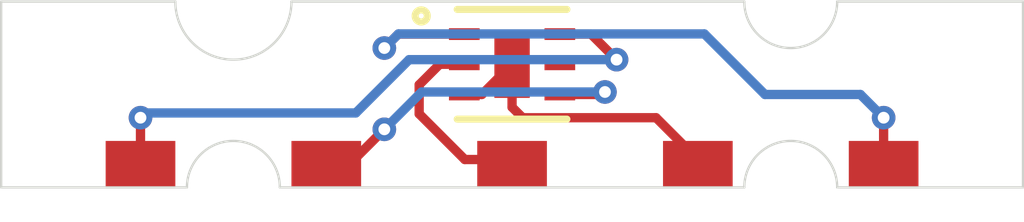
<source format=kicad_pcb>
(kicad_pcb (version 20240108) (generator "pcbnew") (generator_version "8.0")
  (layers (0 "F.Cu" signal) (31 "B.Cu" signal) (34 "B.Paste" user) (35 "F.Paste" user) (36 "B.SilkS" user "B.Silkscreen") (37 "F.SilkS" user "F.Silkscreen") (38 "B.Mask" user) (39 "F.Mask" user) (44 "Edge.Cuts" user))
  (net 0 "")
  (net 1 "/VDD")
  (net 2 "/SDA")
  (net 3 "/SCL")
  (net 5 "/ADDR")
  (net 6 "/GND")
  (footprint "Argus-Miscellaneous:LightSensorPad" (layer "F.Cu") (at 107 100.5)
    (property "Reference" "H2" (hide yes))
    (property "Value" "MountingHole_Pad" (hide yes))
    (pad "1" smd rect (at 0 -1) (size 1.5 1) (layers "F.Cu" "F.Paste" "F.Mask") (net 3 "/SCL"))
  )
  (footprint "Argus-Miscellaneous:LightSensorPad" (layer "F.Cu") (at 119 100.5)
    (property "Reference" "H3" (hide yes))
    (property "Value" "MountingHole_Pad" (hide yes))
    (pad "1" smd rect (at 0 -1) (size 1.5 1) (layers "F.Cu" "F.Paste" "F.Mask") (net 1 "/VDD"))
  )
  (footprint "Argus-Miscellaneous:LightSensorPad" (layer "F.Cu") (at 103 100.5)
    (property "Reference" "H1" (hide yes))
    (property "Value" "MountingHole_Pad" (hide yes))
    (pad "1" smd rect (at 0 -1) (size 1.5 1) (layers "F.Cu" "F.Paste" "F.Mask") (net 2 "/SDA"))
  )
  (footprint "Argus-Miscellaneous:LightSensorPad" (layer "F.Cu") (at 115 100.5)
    (property "Reference" "H5" (hide yes))
    (property "Value" "MountingHole_Pad" (hide yes))
    (pad "1" smd rect (at 0 -1) (size 1.5 1) (layers "F.Cu" "F.Paste" "F.Mask") (net 6 "/GND"))
  )
  (footprint "Argus-IC:OPT4003" (layer "F.Cu") (at 111 97.350001)
    (property "Reference" "U1" (hide yes))
    (property "Value" "OPT4003DNPRQ1" (hide yes))
    (fp_line (start -1.1811 1.1811) (end 1.1811 1.1811) (stroke (width 0.1524)) (layer "F.SilkS"))
    (fp_line (start 1.1811 -1.1811) (end -1.1811 -1.1811) (stroke (width 0.1524)) (layer "F.SilkS"))
    (fp_circle (center -1.9558 -1.0414) (end -1.9027 -1.0264) (stroke (width 0.1524)) (fill none) (layer "F.SilkS"))
    (pad "1" smd rect (at -1.0287 -0.649999) (size 0.6604 0.254) (layers "F.Cu" "F.Paste" "F.Mask") (net 1 "/VDD"))
    (pad "2" smd rect (at -1.0287 0) (size 0.6604 0.254) (layers "F.Cu" "F.Paste" "F.Mask") (net 5 "/ADDR"))
    (pad "3" smd rect (at -1.0287 0.649999) (size 0.6604 0.254) (layers "F.Cu" "F.Paste" "F.Mask") (net 6 "/GND"))
    (pad "4" smd rect (at 1.0287 0.649999) (size 0.6604 0.254) (layers "F.Cu" "F.Paste" "F.Mask") (net 3 "/SCL"))
    (pad "5" smd rect (at 1.0287 0) (size 0.6604 0.254) (layers "F.Cu" "F.Paste" "F.Mask"))
    (pad "6" smd rect (at 1.0287 -0.649999) (size 0.6604 0.254) (layers "F.Cu" "F.Paste" "F.Mask") (net 2 "/SDA"))
    (pad "7" smd rect (at 0 0) (size 0.762 1.4478) (layers "F.Cu" "F.Paste" "F.Mask") (net 6 "/GND"))
  )
  (footprint "Argus-Miscellaneous:LightSensorPad" (layer "F.Cu") (at 111 100.5)
    (property "Reference" "H4" (hide yes))
    (property "Value" "MountingHole_Pad" (hide yes))
    (pad "1" smd rect (at 0 -1) (size 1.5 1) (layers "F.Cu" "F.Paste" "F.Mask") (net 5 "/ADDR"))
  )
  (gr_line (start 100 96) (end 100 100) (stroke (width 0.05)) (layer "Edge.Cuts"))
  (gr_line (start 118 100) (end 122 100) (stroke (width 0.05)) (layer "Edge.Cuts"))
  (gr_line (start 122 96) (end 118 96) (stroke (width 0.05)) (layer "Edge.Cuts"))
  (gr_arc (start 106.25 96) (mid 105 97.25) (end 103.75 96) (stroke (width 0.05)) (layer "Edge.Cuts"))
  (gr_line (start 100 100) (end 104 100) (stroke (width 0.05)) (layer "Edge.Cuts"))
  (gr_arc (start 118 96) (mid 117 97) (end 116 96) (stroke (width 0.05)) (layer "Edge.Cuts"))
  (gr_arc (start 116 100) (mid 117 99) (end 118 100) (stroke (width 0.05)) (layer "Edge.Cuts"))
  (gr_line (start 103.75 96) (end 100 96) (stroke (width 0.05)) (layer "Edge.Cuts"))
  (gr_line (start 106 100) (end 116 100) (stroke (width 0.05)) (layer "Edge.Cuts"))
  (gr_line (start 122 100) (end 122 96) (stroke (width 0.05)) (layer "Edge.Cuts"))
  (gr_line (start 116 96) (end 106.25 96) (stroke (width 0.05)) (layer "Edge.Cuts"))
  (gr_arc (start 104 100) (mid 105 99) (end 106 100) (stroke (width 0.05)) (layer "Edge.Cuts"))
  (segment (start 108.25 97) (end 108.549998 96.700002) (width 0.2) (layer "F.Cu") (net 1))
  (segment (start 119 98.5) (end 119 99.4) (width 0.2) (layer "F.Cu") (net 1))
  (segment (start 108.549998 96.700002) (end 109.9713 96.700002) (width 0.2) (layer "F.Cu") (net 1))
  (via (at 119 98.5) (size 0.508) (drill 0.254) (layers "F.Cu" "B.Cu") (net 1))
  (via (at 108.25 97) (size 0.508) (drill 0.254) (layers "F.Cu" "B.Cu") (net 1))
  (segment (start 116.444752 98) (end 118.5 98) (width 0.2) (layer "B.Cu") (net 1))
  (segment (start 115.140752 96.696) (end 116.444752 98) (width 0.2) (layer "B.Cu") (net 1))
  (segment (start 118.5 98) (end 119 98.5) (width 0.2) (layer "B.Cu") (net 1))
  (segment (start 108.25 97) (end 108.554 96.696) (width 0.2) (layer "B.Cu") (net 1))
  (segment (start 108.554 96.696) (end 115.140752 96.696) (width 0.2) (layer "B.Cu") (net 1))
  (segment (start 113.25 97.25) (end 112.700002 96.700002) (width 0.2) (layer "F.Cu") (net 2))
  (segment (start 112.700002 96.700002) (end 112.0287 96.700002) (width 0.2) (layer "F.Cu") (net 2))
  (segment (start 103 98.5) (end 103 99.4) (width 0.2) (layer "F.Cu") (net 2))
  (via (at 113.25 97.25) (size 0.508) (drill 0.254) (layers "F.Cu" "B.Cu") (net 2))
  (via (at 103 98.5) (size 0.508) (drill 0.254) (layers "F.Cu" "B.Cu") (net 2))
  (segment (start 103.102593 98.397407) (end 103 98.5) (width 0.2) (layer "B.Cu") (net 2))
  (segment (start 107.636068 98.397407) (end 103.102593 98.397407) (width 0.2) (layer "B.Cu") (net 2))
  (segment (start 108.783475 97.25) (end 107.636068 98.397407) (width 0.2) (layer "B.Cu") (net 2))
  (segment (start 113.25 97.25) (end 108.783475 97.25) (width 0.2) (layer "B.Cu") (net 2))
  (segment (start 113 97.946) (end 112.946 98) (width 0.2) (layer "F.Cu") (net 3))
  (segment (start 107.6 99.4) (end 107 99.4) (width 0.2) (layer "F.Cu") (net 3))
  (segment (start 108.25 98.75) (end 107.6 99.4) (width 0.2) (layer "F.Cu") (net 3))
  (segment (start 112.946 98) (end 112.0287 98) (width 0.2) (layer "F.Cu") (net 3))
  (via (at 108.25 98.75) (size 0.508) (drill 0.254) (layers "F.Cu" "B.Cu") (net 3))
  (via (at 113 97.946) (size 0.508) (drill 0.254) (layers "F.Cu" "B.Cu") (net 3))
  (segment (start 109.054 97.946) (end 108.25 98.75) (width 0.2) (layer "B.Cu") (net 3))
  (segment (start 113 97.946) (end 109.054 97.946) (width 0.2) (layer "B.Cu") (net 3))
  (segment (start 109.98205 99.4) (end 111 99.4) (width 0.2) (layer "F.Cu") (net 5))
  (segment (start 109 97.791101) (end 109 98.41795) (width 0.2) (layer "F.Cu") (net 5))
  (segment (start 109 98.41795) (end 109.98205 99.4) (width 0.2) (layer "F.Cu") (net 5))
  (segment (start 109.9713 97.350001) (end 109.4411 97.350001) (width 0.2) (layer "F.Cu") (net 5))
  (segment (start 109.4411 97.350001) (end 109 97.791101) (width 0.2) (layer "F.Cu") (net 5))
  (segment (start 111 98.273901) (end 111.226099 98.5) (width 0.2) (layer "F.Cu") (net 6))
  (segment (start 111 97.350001) (end 111 98.273901) (width 0.2) (layer "F.Cu") (net 6))
  (segment (start 109.9713 98) (end 110.350001 98) (width 0.2) (layer "F.Cu") (net 6))
  (segment (start 110.350001 98) (end 111 97.350001) (width 0.2) (layer "F.Cu") (net 6))
  (segment (start 111.226099 98.5) (end 114.1 98.5) (width 0.2) (layer "F.Cu") (net 6))
  (segment (start 114.1 98.5) (end 115 99.4) (width 0.2) (layer "F.Cu") (net 6))
)
</source>
